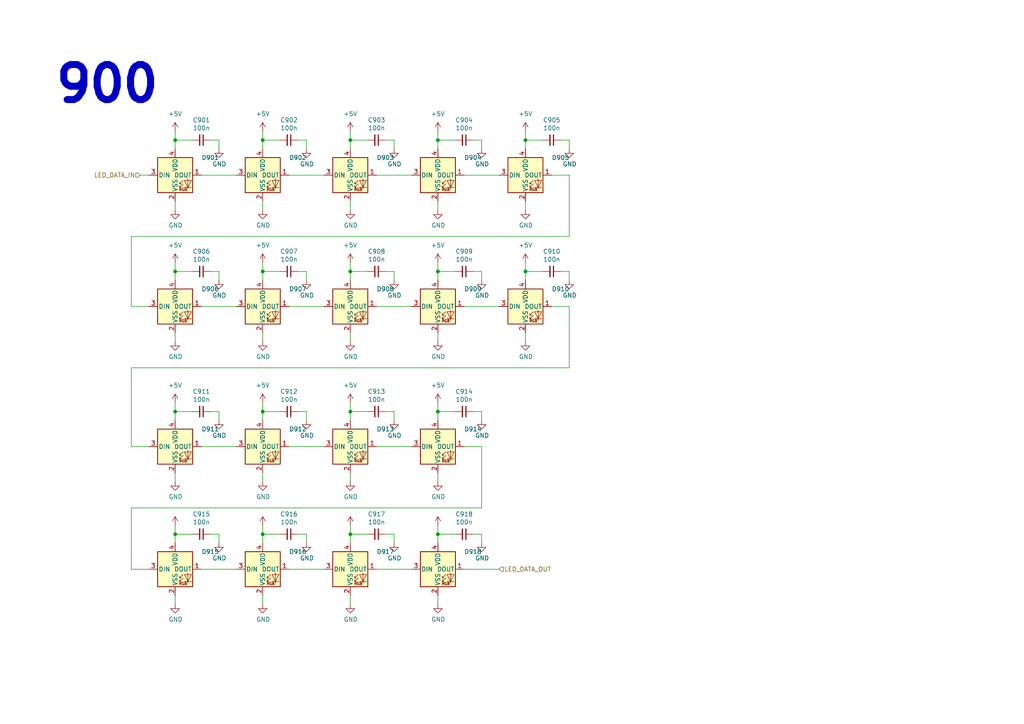
<source format=kicad_sch>
(kicad_sch (version 20230121) (generator eeschema)
  (paper "A4")
  (lib_symbols
    (symbol "power:+5V" (power) (pin_names (offset 0))
      (property "Value" "+5V" (at 0 3.556 0))
      (symbol "+5V_0_1"
        (polyline (pts (xy -0.762 1.27) (xy 0 2.54)))
        (polyline (pts (xy 0 0) (xy 0 2.54)))
        (polyline (pts (xy 0 2.54) (xy 0.762 1.27)))
      )
      (symbol "+5V_1_1"
        (pin power_in line (at 0 0 90) (length 0) hide (name "+5V") (number "1"))
      )
    )
    (symbol "power:GND" (power) (pin_names (offset 0))
      (property "Value" "GND" (at 0 -3.81 0))
      (symbol "GND_0_1"
        (polyline (pts (xy 0 0) (xy 0 -1.27) (xy 1.27 -1.27) (xy 0 -2.54) (xy -1.27 -1.27) (xy 0 -1.27)))
      )
      (symbol "GND_1_1"
        (pin power_in line (at 0 0 270) (length 0) hide (name "GND") (number "1"))
      )
    )
    (symbol "suku_basics:CAP" (pin_numbers hide) (pin_names (offset 0.254) hide)
      (property "Reference" "C" (at 0.254 1.778 0))
      (symbol "CAP_0_1"
        (polyline (pts (xy -1.524 -0.508) (xy 1.524 -0.508)) (stroke (width 0.3302)))
        (polyline (pts (xy -1.524 0.508) (xy 1.524 0.508)) (stroke (width 0.3048)))
      )
      (symbol "CAP_1_1"
        (pin passive line (at 0 2.54 270) (length 2.032) (name "~") (number "1"))
        (pin passive line (at 0 -2.54 90) (length 2.032) (name "~") (number "2"))
      )
    )
    (symbol "suku_basics:UI_WS2812C-2020" (pin_names (offset 0.254))
      (property "Reference" "D" (at 5.08 5.715 0))
      (property "Value" "UI_WS2812C-2020" (at 1.27 -5.715 0))
      (symbol "UI_WS2812C-2020_0_0"
        (text "RGB" (at 2.286 -4.191 0) (effects (font (size 0.762 0.762))))
      )
      (symbol "UI_WS2812C-2020_0_1"
        (polyline (pts (xy 1.27 -3.556) (xy 1.778 -3.556)))
        (polyline (pts (xy 1.27 -2.54) (xy 1.778 -2.54)))
        (polyline (pts (xy 4.699 -3.556) (xy 2.667 -3.556)))
        (polyline (pts (xy 2.286 -2.54) (xy 1.27 -3.556) (xy 1.27 -3.048)))
        (polyline (pts (xy 2.286 -1.524) (xy 1.27 -2.54) (xy 1.27 -2.032)))
        (polyline (pts (xy 3.683 -1.016) (xy 3.683 -3.556) (xy 3.683 -4.064)))
        (polyline (pts (xy 4.699 -1.524) (xy 2.667 -1.524) (xy 3.683 -3.556) (xy 4.699 -1.524)))
        (rectangle (start 5.08 5.08) (end -5.08 -5.08) (stroke (width 0.254)) (fill (type background)))
      )
      (symbol "UI_WS2812C-2020_1_1"
        (pin output line (at 7.62 0 180) (length 2.54) (name "DOUT") (number "1"))
        (pin power_in line (at 0 -7.62 90) (length 2.54) (name "VSS") (number "2"))
        (pin input line (at -7.62 0 0) (length 2.54) (name "DIN") (number "3"))
        (pin power_in line (at 0 7.62 270) (length 2.54) (name "VDD") (number "4"))
      )
    )
  )
  (junction (at 101.6 154.94))
  (junction (at 76.2 154.94))
  (junction (at 50.8 119.38))
  (junction (at 101.6 40.64))
  (junction (at 76.2 78.74))
  (junction (at 101.6 78.74))
  (junction (at 101.6 119.38))
  (junction (at 127 154.94))
  (junction (at 127 78.74))
  (junction (at 127 119.38))
  (junction (at 50.8 40.64))
  (junction (at 152.4 40.64))
  (junction (at 127 40.64))
  (junction (at 152.4 78.74))
  (junction (at 50.8 78.74))
  (junction (at 76.2 40.64))
  (junction (at 76.2 119.38))
  (junction (at 50.8 154.94))
  (wire (pts (xy 139.7 147.32) (xy 38.1 147.32)))
  (wire (pts (xy 88.9 40.64) (xy 86.36 40.64)))
  (wire (pts (xy 127 60.96) (xy 127 58.42)))
  (wire (pts (xy 127 81.28) (xy 127 78.74)))
  (wire (pts (xy 139.7 129.54) (xy 139.7 147.32)))
  (wire (pts (xy 114.3 78.74) (xy 111.76 78.74)))
  (wire (pts (xy 63.5 78.74) (xy 60.96 78.74)))
  (wire (pts (xy 63.5 81.28) (xy 63.5 78.74)))
  (wire (pts (xy 76.2 157.48) (xy 76.2 154.94)))
  (wire (pts (xy 38.1 129.54) (xy 43.18 129.54)))
  (wire (pts (xy 114.3 157.48) (xy 114.3 154.94)))
  (wire (pts (xy 127 121.92) (xy 127 119.38)))
  (wire (pts (xy 88.9 43.18) (xy 88.9 40.64)))
  (wire (pts (xy 88.9 154.94) (xy 86.36 154.94)))
  (wire (pts (xy 127 139.7) (xy 127 137.16)))
  (wire (pts (xy 165.1 81.28) (xy 165.1 78.74)))
  (wire (pts (xy 88.9 119.38) (xy 86.36 119.38)))
  (wire (pts (xy 38.1 68.58) (xy 38.1 88.9)))
  (wire (pts (xy 58.42 129.54) (xy 68.58 129.54)))
  (wire (pts (xy 81.28 154.94) (xy 76.2 154.94)))
  (wire (pts (xy 63.5 119.38) (xy 60.96 119.38)))
  (wire (pts (xy 38.1 165.1) (xy 43.18 165.1)))
  (wire (pts (xy 132.08 40.64) (xy 127 40.64)))
  (wire (pts (xy 38.1 106.68) (xy 38.1 129.54)))
  (wire (pts (xy 114.3 119.38) (xy 111.76 119.38)))
  (wire (pts (xy 165.1 40.64) (xy 162.56 40.64)))
  (wire (pts (xy 38.1 147.32) (xy 38.1 165.1)))
  (wire (pts (xy 114.3 154.94) (xy 111.76 154.94)))
  (wire (pts (xy 165.1 78.74) (xy 162.56 78.74)))
  (wire (pts (xy 127 78.74) (xy 127 76.2)))
  (wire (pts (xy 58.42 165.1) (xy 68.58 165.1)))
  (wire (pts (xy 50.8 40.64) (xy 50.8 38.1)))
  (wire (pts (xy 101.6 40.64) (xy 101.6 38.1)))
  (wire (pts (xy 101.6 175.26) (xy 101.6 172.72)))
  (wire (pts (xy 76.2 76.2) (xy 76.2 78.74)))
  (wire (pts (xy 88.9 121.92) (xy 88.9 119.38)))
  (wire (pts (xy 152.4 99.06) (xy 152.4 96.52)))
  (wire (pts (xy 109.22 129.54) (xy 119.38 129.54)))
  (wire (pts (xy 132.08 154.94) (xy 127 154.94)))
  (wire (pts (xy 50.8 81.28) (xy 50.8 78.74)))
  (wire (pts (xy 134.62 50.8) (xy 144.78 50.8)))
  (wire (pts (xy 83.82 165.1) (xy 93.98 165.1)))
  (wire (pts (xy 50.8 40.64) (xy 55.88 40.64)))
  (wire (pts (xy 101.6 139.7) (xy 101.6 137.16)))
  (wire (pts (xy 63.5 154.94) (xy 60.96 154.94)))
  (wire (pts (xy 50.8 157.48) (xy 50.8 154.94)))
  (wire (pts (xy 134.62 165.1) (xy 144.78 165.1)))
  (wire (pts (xy 127 43.18) (xy 127 40.64)))
  (wire (pts (xy 50.8 175.26) (xy 50.8 172.72)))
  (wire (pts (xy 76.2 121.92) (xy 76.2 119.38)))
  (wire (pts (xy 132.08 78.74) (xy 127 78.74)))
  (wire (pts (xy 38.1 88.9) (xy 43.18 88.9)))
  (wire (pts (xy 152.4 60.96) (xy 152.4 58.42)))
  (wire (pts (xy 88.9 157.48) (xy 88.9 154.94)))
  (wire (pts (xy 81.28 119.38) (xy 76.2 119.38)))
  (wire (pts (xy 76.2 99.06) (xy 76.2 96.52)))
  (wire (pts (xy 101.6 121.92) (xy 101.6 119.38)))
  (wire (pts (xy 101.6 99.06) (xy 101.6 96.52)))
  (wire (pts (xy 106.68 119.38) (xy 101.6 119.38)))
  (wire (pts (xy 101.6 60.96) (xy 101.6 58.42)))
  (wire (pts (xy 139.7 40.64) (xy 137.16 40.64)))
  (wire (pts (xy 50.8 154.94) (xy 50.8 152.4)))
  (wire (pts (xy 127 175.26) (xy 127 172.72)))
  (wire (pts (xy 83.82 129.54) (xy 93.98 129.54)))
  (wire (pts (xy 76.2 154.94) (xy 76.2 152.4)))
  (wire (pts (xy 50.8 119.38) (xy 50.8 116.84)))
  (wire (pts (xy 139.7 119.38) (xy 137.16 119.38)))
  (wire (pts (xy 50.8 119.38) (xy 55.88 119.38)))
  (wire (pts (xy 58.42 88.9) (xy 68.58 88.9)))
  (wire (pts (xy 40.64 50.8) (xy 43.18 50.8)))
  (wire (pts (xy 134.62 129.54) (xy 139.7 129.54)))
  (wire (pts (xy 76.2 60.96) (xy 76.2 58.42)))
  (wire (pts (xy 152.4 81.28) (xy 152.4 78.74)))
  (wire (pts (xy 81.28 78.74) (xy 76.2 78.74)))
  (wire (pts (xy 165.1 68.58) (xy 165.1 50.8)))
  (wire (pts (xy 50.8 60.96) (xy 50.8 58.42)))
  (wire (pts (xy 152.4 40.64) (xy 152.4 38.1)))
  (wire (pts (xy 160.02 88.9) (xy 165.1 88.9)))
  (wire (pts (xy 76.2 139.7) (xy 76.2 137.16)))
  (wire (pts (xy 50.8 78.74) (xy 55.88 78.74)))
  (wire (pts (xy 81.28 40.64) (xy 76.2 40.64)))
  (wire (pts (xy 106.68 78.74) (xy 101.6 78.74)))
  (wire (pts (xy 134.62 88.9) (xy 144.78 88.9)))
  (wire (pts (xy 114.3 81.28) (xy 114.3 78.74)))
  (wire (pts (xy 114.3 43.18) (xy 114.3 40.64)))
  (wire (pts (xy 101.6 119.38) (xy 101.6 116.84)))
  (wire (pts (xy 127 40.64) (xy 127 38.1)))
  (wire (pts (xy 83.82 88.9) (xy 93.98 88.9)))
  (wire (pts (xy 101.6 81.28) (xy 101.6 78.74)))
  (wire (pts (xy 152.4 78.74) (xy 152.4 76.2)))
  (wire (pts (xy 160.02 50.8) (xy 165.1 50.8)))
  (wire (pts (xy 157.48 40.64) (xy 152.4 40.64)))
  (wire (pts (xy 88.9 81.28) (xy 88.9 78.74)))
  (wire (pts (xy 63.5 157.48) (xy 63.5 154.94)))
  (wire (pts (xy 76.2 43.18) (xy 76.2 40.64)))
  (wire (pts (xy 127 99.06) (xy 127 96.52)))
  (wire (pts (xy 50.8 139.7) (xy 50.8 137.16)))
  (wire (pts (xy 127 119.38) (xy 127 116.84)))
  (wire (pts (xy 139.7 121.92) (xy 139.7 119.38)))
  (wire (pts (xy 76.2 116.84) (xy 76.2 119.38)))
  (wire (pts (xy 38.1 68.58) (xy 165.1 68.58)))
  (wire (pts (xy 139.7 154.94) (xy 137.16 154.94)))
  (wire (pts (xy 152.4 43.18) (xy 152.4 40.64)))
  (wire (pts (xy 139.7 157.48) (xy 139.7 154.94)))
  (wire (pts (xy 101.6 78.74) (xy 101.6 76.2)))
  (wire (pts (xy 58.42 50.8) (xy 68.58 50.8)))
  (wire (pts (xy 127 154.94) (xy 127 152.4)))
  (wire (pts (xy 50.8 43.18) (xy 50.8 40.64)))
  (wire (pts (xy 50.8 121.92) (xy 50.8 119.38)))
  (wire (pts (xy 101.6 154.94) (xy 101.6 152.4)))
  (wire (pts (xy 109.22 50.8) (xy 119.38 50.8)))
  (wire (pts (xy 165.1 106.68) (xy 165.1 88.9)))
  (wire (pts (xy 114.3 121.92) (xy 114.3 119.38)))
  (wire (pts (xy 139.7 78.74) (xy 137.16 78.74)))
  (wire (pts (xy 83.82 50.8) (xy 93.98 50.8)))
  (wire (pts (xy 63.5 40.64) (xy 60.96 40.64)))
  (wire (pts (xy 157.48 78.74) (xy 152.4 78.74)))
  (wire (pts (xy 38.1 106.68) (xy 165.1 106.68)))
  (wire (pts (xy 63.5 121.92) (xy 63.5 119.38)))
  (wire (pts (xy 106.68 40.64) (xy 101.6 40.64)))
  (wire (pts (xy 63.5 43.18) (xy 63.5 40.64)))
  (wire (pts (xy 76.2 175.26) (xy 76.2 172.72)))
  (wire (pts (xy 139.7 43.18) (xy 139.7 40.64)))
  (wire (pts (xy 114.3 40.64) (xy 111.76 40.64)))
  (wire (pts (xy 132.08 119.38) (xy 127 119.38)))
  (wire (pts (xy 76.2 81.28) (xy 76.2 78.74)))
  (wire (pts (xy 109.22 165.1) (xy 119.38 165.1)))
  (wire (pts (xy 50.8 78.74) (xy 50.8 76.2)))
  (wire (pts (xy 101.6 43.18) (xy 101.6 40.64)))
  (wire (pts (xy 106.68 154.94) (xy 101.6 154.94)))
  (wire (pts (xy 109.22 88.9) (xy 119.38 88.9)))
  (wire (pts (xy 50.8 99.06) (xy 50.8 96.52)))
  (wire (pts (xy 101.6 157.48) (xy 101.6 154.94)))
  (wire (pts (xy 139.7 81.28) (xy 139.7 78.74)))
  (wire (pts (xy 88.9 78.74) (xy 86.36 78.74)))
  (wire (pts (xy 165.1 43.18) (xy 165.1 40.64)))
  (wire (pts (xy 76.2 40.64) (xy 76.2 38.1)))
  (wire (pts (xy 50.8 154.94) (xy 55.88 154.94)))
  (wire (pts (xy 127 157.48) (xy 127 154.94)))
  (text "900" (at 15.24 30.48 0) (effects (font (size 10.16 10.16) (thickness 2.032) bold) (justify left bottom)))
  (hierarchical_label "LED_DATA_IN" (shape input) (at 40.64 50.8 180))
  (hierarchical_label "LED_DATA_OUT" (shape input) (at 144.78 165.1 0))
  (symbol (lib_id "suku_basics:UI_WS2812C-2020") (at 50.8 88.9 0) (unit 1)
    (property "Reference" "D906" (at 58.42 83.82 0) (effects (justify left)))
    (property "Value" "WS2812C-2020" (effects hide))
    (property "Footprint" "suku_basics:UI_WS2812C-2020" (effects hide))
  )
  (symbol (lib_id "power:GND") (at 50.8 99.06 0) (unit 1)
    (property "Reference" "#PWR0926" (effects hide))
    (property "Value" "GND" (at 50.927 103.4542 0))
  )
  (symbol (lib_id "suku_basics:UI_WS2812C-2020") (at 76.2 88.9 0) (unit 1)
    (property "Reference" "D907" (at 83.82 83.82 0) (effects (justify left)))
    (property "Value" "WS2812C-2020" (effects hide))
    (property "Footprint" "suku_basics:UI_WS2812C-2020" (effects hide))
  )
  (symbol (lib_id "power:GND") (at 76.2 99.06 0) (unit 1)
    (property "Reference" "#PWR0927" (effects hide))
    (property "Value" "GND" (at 76.327 103.4542 0))
  )
  (symbol (lib_id "suku_basics:UI_WS2812C-2020") (at 101.6 88.9 0) (unit 1)
    (property "Reference" "D908" (at 109.22 83.82 0) (effects (justify left)))
    (property "Value" "WS2812C-2020" (effects hide))
    (property "Footprint" "suku_basics:UI_WS2812C-2020" (effects hide))
  )
  (symbol (lib_id "power:GND") (at 101.6 99.06 0) (unit 1)
    (property "Reference" "#PWR0928" (effects hide))
    (property "Value" "GND" (at 101.727 103.4542 0))
  )
  (symbol (lib_id "suku_basics:UI_WS2812C-2020") (at 127 88.9 0) (unit 1)
    (property "Reference" "D909" (at 134.62 83.82 0) (effects (justify left)))
    (property "Value" "WS2812C-2020" (effects hide))
    (property "Footprint" "suku_basics:UI_WS2812C-2020" (effects hide))
  )
  (symbol (lib_id "power:GND") (at 127 99.06 0) (unit 1)
    (property "Reference" "#PWR0929" (effects hide))
    (property "Value" "GND" (at 127.127 103.4542 0))
  )
  (symbol (lib_id "suku_basics:CAP") (at 58.42 78.74 270) (unit 1)
    (property "Reference" "C906" (at 58.42 72.9234 90))
    (property "Value" "100n" (at 58.42 75.2348 90))
    (property "Footprint" "suku_basics:CAP_0402" (effects hide))
  )
  (symbol (lib_id "power:GND") (at 63.5 81.28 0) (unit 1)
    (property "Reference" "#PWR0921" (effects hide))
    (property "Value" "GND" (at 63.627 85.6742 0))
  )
  (symbol (lib_id "suku_basics:CAP") (at 83.82 78.74 270) (unit 1)
    (property "Reference" "C907" (at 83.82 72.9234 90))
    (property "Value" "100n" (at 83.82 75.2348 90))
    (property "Footprint" "suku_basics:CAP_0402" (effects hide))
  )
  (symbol (lib_id "power:GND") (at 88.9 81.28 0) (unit 1)
    (property "Reference" "#PWR0922" (effects hide))
    (property "Value" "GND" (at 89.027 85.6742 0))
  )
  (symbol (lib_id "suku_basics:CAP") (at 109.22 78.74 270) (unit 1)
    (property "Reference" "C908" (at 109.22 72.9234 90))
    (property "Value" "100n" (at 109.22 75.2348 90))
    (property "Footprint" "suku_basics:CAP_0402" (effects hide))
  )
  (symbol (lib_id "power:GND") (at 114.3 81.28 0) (unit 1)
    (property "Reference" "#PWR0923" (effects hide))
    (property "Value" "GND" (at 114.427 85.6742 0))
  )
  (symbol (lib_id "suku_basics:CAP") (at 134.62 78.74 270) (unit 1)
    (property "Reference" "C909" (at 134.62 72.9234 90))
    (property "Value" "100n" (at 134.62 75.2348 90))
    (property "Footprint" "suku_basics:CAP_0402" (effects hide))
  )
  (symbol (lib_id "power:GND") (at 139.7 81.28 0) (unit 1)
    (property "Reference" "#PWR0924" (effects hide))
    (property "Value" "GND" (at 139.827 85.6742 0))
  )
  (symbol (lib_id "suku_basics:UI_WS2812C-2020") (at 50.8 165.1 0) (unit 1)
    (property "Reference" "D915" (at 58.42 160.02 0) (effects (justify left)))
    (property "Value" "WS2812C-2020" (effects hide))
    (property "Footprint" "suku_basics:UI_WS2812C-2020" (effects hide))
  )
  (symbol (lib_id "power:GND") (at 50.8 175.26 0) (unit 1)
    (property "Reference" "#PWR0951" (effects hide))
    (property "Value" "GND" (at 50.927 179.6542 0))
  )
  (symbol (lib_id "suku_basics:UI_WS2812C-2020") (at 76.2 165.1 0) (unit 1)
    (property "Reference" "D916" (at 83.82 160.02 0) (effects (justify left)))
    (property "Value" "WS2812C-2020" (effects hide))
    (property "Footprint" "suku_basics:UI_WS2812C-2020" (effects hide))
  )
  (symbol (lib_id "power:GND") (at 76.2 175.26 0) (unit 1)
    (property "Reference" "#PWR0952" (effects hide))
    (property "Value" "GND" (at 76.327 179.6542 0))
  )
  (symbol (lib_id "suku_basics:UI_WS2812C-2020") (at 101.6 165.1 0) (unit 1)
    (property "Reference" "D917" (at 109.22 160.02 0) (effects (justify left)))
    (property "Value" "WS2812C-2020" (effects hide))
    (property "Footprint" "suku_basics:UI_WS2812C-2020" (effects hide))
  )
  (symbol (lib_id "power:GND") (at 101.6 175.26 0) (unit 1)
    (property "Reference" "#PWR0953" (effects hide))
    (property "Value" "GND" (at 101.727 179.6542 0))
  )
  (symbol (lib_id "suku_basics:UI_WS2812C-2020") (at 127 165.1 0) (unit 1)
    (property "Reference" "D918" (at 134.62 160.02 0) (effects (justify left)))
    (property "Value" "WS2812C-2020" (effects hide))
    (property "Footprint" "suku_basics:UI_WS2812C-2020" (effects hide))
  )
  (symbol (lib_id "power:GND") (at 127 175.26 0) (unit 1)
    (property "Reference" "#PWR0954" (effects hide))
    (property "Value" "GND" (at 127.127 179.6542 0))
  )
  (symbol (lib_id "suku_basics:CAP") (at 58.42 154.94 270) (unit 1)
    (property "Reference" "C915" (at 58.42 149.1234 90))
    (property "Value" "100n" (at 58.42 151.4348 90))
    (property "Footprint" "suku_basics:CAP_0402" (effects hide))
  )
  (symbol (lib_id "power:GND") (at 63.5 157.48 0) (unit 1)
    (property "Reference" "#PWR0947" (effects hide))
    (property "Value" "GND" (at 63.627 161.8742 0))
  )
  (symbol (lib_id "suku_basics:CAP") (at 83.82 154.94 270) (unit 1)
    (property "Reference" "C916" (at 83.82 149.1234 90))
    (property "Value" "100n" (at 83.82 151.4348 90))
    (property "Footprint" "suku_basics:CAP_0402" (effects hide))
  )
  (symbol (lib_id "power:GND") (at 88.9 157.48 0) (unit 1)
    (property "Reference" "#PWR0948" (effects hide))
    (property "Value" "GND" (at 89.027 161.8742 0))
  )
  (symbol (lib_id "suku_basics:CAP") (at 109.22 154.94 270) (unit 1)
    (property "Reference" "C917" (at 109.22 149.1234 90))
    (property "Value" "100n" (at 109.22 151.4348 90))
    (property "Footprint" "suku_basics:CAP_0402" (effects hide))
  )
  (symbol (lib_id "power:GND") (at 114.3 157.48 0) (unit 1)
    (property "Reference" "#PWR0949" (effects hide))
    (property "Value" "GND" (at 114.427 161.8742 0))
  )
  (symbol (lib_id "suku_basics:CAP") (at 134.62 154.94 270) (unit 1)
    (property "Reference" "C918" (at 134.62 149.1234 90))
    (property "Value" "100n" (at 134.62 151.4348 90))
    (property "Footprint" "suku_basics:CAP_0402" (effects hide))
  )
  (symbol (lib_id "power:GND") (at 139.7 157.48 0) (unit 1)
    (property "Reference" "#PWR0950" (effects hide))
    (property "Value" "GND" (at 139.827 161.8742 0))
  )
  (symbol (lib_id "suku_basics:UI_WS2812C-2020") (at 76.2 129.54 0) (unit 1)
    (property "Reference" "D912" (at 83.82 124.46 0) (effects (justify left)))
    (property "Value" "WS2812C-2020" (effects hide))
    (property "Footprint" "suku_basics:UI_WS2812C-2020" (effects hide))
  )
  (symbol (lib_id "suku_basics:UI_WS2812C-2020") (at 152.4 88.9 0) (unit 1)
    (property "Reference" "D910" (at 160.02 83.82 0) (effects (justify left)))
    (property "Value" "WS2812C-2020" (effects hide))
    (property "Footprint" "suku_basics:UI_WS2812C-2020" (effects hide))
  )
  (symbol (lib_id "power:+5V") (at 127 38.1 0) (unit 1)
    (property "Reference" "#PWR0904" (effects hide))
    (property "Value" "+5V" (at 127 33.02 0))
  )
  (symbol (lib_id "power:GND") (at 152.4 60.96 0) (unit 1)
    (property "Reference" "#PWR0915" (effects hide))
    (property "Value" "GND" (at 152.527 65.3542 0))
  )
  (symbol (lib_id "power:GND") (at 76.2 60.96 0) (unit 1)
    (property "Reference" "#PWR0912" (effects hide))
    (property "Value" "GND" (at 76.327 65.3542 0))
  )
  (symbol (lib_id "power:GND") (at 139.7 43.18 0) (unit 1)
    (property "Reference" "#PWR0909" (effects hide))
    (property "Value" "GND" (at 139.827 47.5742 0))
  )
  (symbol (lib_id "power:GND") (at 50.8 60.96 0) (unit 1)
    (property "Reference" "#PWR0911" (effects hide))
    (property "Value" "GND" (at 50.927 65.3542 0))
  )
  (symbol (lib_id "power:GND") (at 127 60.96 0) (unit 1)
    (property "Reference" "#PWR0914" (effects hide))
    (property "Value" "GND" (at 127.127 65.3542 0))
  )
  (symbol (lib_id "power:+5V") (at 127 152.4 0) (unit 1)
    (property "Reference" "#PWR0946" (effects hide))
    (property "Value" "+5V" (effects hide))
  )
  (symbol (lib_id "suku_basics:CAP") (at 160.02 40.64 270) (unit 1)
    (property "Reference" "C905" (at 160.02 34.8234 90))
    (property "Value" "100n" (at 160.02 37.1348 90))
    (property "Footprint" "suku_basics:CAP_0402" (effects hide))
  )
  (symbol (lib_id "suku_basics:UI_WS2812C-2020") (at 50.8 50.8 0) (unit 1)
    (property "Reference" "D901" (at 58.42 45.72 0) (effects (justify left)))
    (property "Value" "WS2812C-2020" (effects hide))
    (property "Footprint" "suku_basics:UI_WS2812C-2020" (effects hide))
  )
  (symbol (lib_id "power:+5V") (at 101.6 152.4 0) (unit 1)
    (property "Reference" "#PWR0945" (effects hide))
    (property "Value" "+5V" (effects hide))
  )
  (symbol (lib_id "power:GND") (at 152.4 99.06 0) (unit 1)
    (property "Reference" "#PWR0930" (effects hide))
    (property "Value" "GND" (at 152.527 103.4542 0))
  )
  (symbol (lib_id "suku_basics:UI_WS2812C-2020") (at 127 50.8 0) (unit 1)
    (property "Reference" "D904" (at 134.62 45.72 0) (effects (justify left)))
    (property "Value" "WS2812C-2020" (effects hide))
    (property "Footprint" "suku_basics:UI_WS2812C-2020" (effects hide))
  )
  (symbol (lib_id "power:+5V") (at 152.4 38.1 0) (unit 1)
    (property "Reference" "#PWR0905" (effects hide))
    (property "Value" "+5V" (at 152.4 33.02 0))
  )
  (symbol (lib_id "power:GND") (at 76.2 139.7 0) (unit 1)
    (property "Reference" "#PWR0940" (effects hide))
    (property "Value" "GND" (at 76.327 144.0942 0))
  )
  (symbol (lib_id "power:GND") (at 88.9 121.92 0) (unit 1)
    (property "Reference" "#PWR0936" (effects hide))
    (property "Value" "GND" (at 89.027 126.3142 0))
  )
  (symbol (lib_id "power:GND") (at 165.1 43.18 0) (unit 1)
    (property "Reference" "#PWR0910" (effects hide))
    (property "Value" "GND" (at 165.227 47.5742 0))
  )
  (symbol (lib_id "power:+5V") (at 76.2 38.1 0) (unit 1)
    (property "Reference" "#PWR0902" (effects hide))
    (property "Value" "+5V" (at 76.2 33.02 0))
  )
  (symbol (lib_id "suku_basics:CAP") (at 58.42 119.38 270) (unit 1)
    (property "Reference" "C911" (at 58.42 113.5634 90))
    (property "Value" "100n" (at 58.42 115.8748 90))
    (property "Footprint" "suku_basics:CAP_0402" (effects hide))
  )
  (symbol (lib_id "suku_basics:CAP") (at 83.82 119.38 270) (unit 1)
    (property "Reference" "C912" (at 83.82 113.5634 90))
    (property "Value" "100n" (at 83.82 115.8748 90))
    (property "Footprint" "suku_basics:CAP_0402" (effects hide))
  )
  (symbol (lib_id "suku_basics:UI_WS2812C-2020") (at 127 129.54 0) (unit 1)
    (property "Reference" "D914" (at 134.62 124.46 0) (effects (justify left)))
    (property "Value" "WS2812C-2020" (effects hide))
    (property "Footprint" "suku_basics:UI_WS2812C-2020" (effects hide))
  )
  (symbol (lib_id "suku_basics:CAP") (at 83.82 40.64 270) (unit 1)
    (property "Reference" "C902" (at 83.82 34.8234 90))
    (property "Value" "100n" (at 83.82 37.1348 90))
    (property "Footprint" "suku_basics:CAP_0402" (effects hide))
  )
  (symbol (lib_id "power:GND") (at 165.1 81.28 0) (unit 1)
    (property "Reference" "#PWR0925" (effects hide))
    (property "Value" "GND" (at 165.227 85.6742 0))
  )
  (symbol (lib_id "power:+5V") (at 101.6 116.84 0) (unit 1)
    (property "Reference" "#PWR0933" (effects hide))
    (property "Value" "+5V" (at 101.6 111.76 0))
  )
  (symbol (lib_id "suku_basics:CAP") (at 134.62 40.64 270) (unit 1)
    (property "Reference" "C904" (at 134.62 34.8234 90))
    (property "Value" "100n" (at 134.62 37.1348 90))
    (property "Footprint" "suku_basics:CAP_0402" (effects hide))
  )
  (symbol (lib_id "power:GND") (at 101.6 60.96 0) (unit 1)
    (property "Reference" "#PWR0913" (effects hide))
    (property "Value" "GND" (at 101.727 65.3542 0))
  )
  (symbol (lib_id "power:+5V") (at 50.8 152.4 0) (unit 1)
    (property "Reference" "#PWR0943" (effects hide))
    (property "Value" "+5V" (effects hide))
  )
  (symbol (lib_id "suku_basics:CAP") (at 58.42 40.64 270) (unit 1)
    (property "Reference" "C901" (at 58.42 34.8234 90))
    (property "Value" "100n" (at 58.42 37.1348 90))
    (property "Footprint" "suku_basics:CAP_0402" (effects hide))
  )
  (symbol (lib_id "power:+5V") (at 76.2 116.84 0) (unit 1)
    (property "Reference" "#PWR0932" (effects hide))
    (property "Value" "+5V" (at 76.2 111.76 0))
  )
  (symbol (lib_id "power:+5V") (at 101.6 38.1 0) (unit 1)
    (property "Reference" "#PWR0903" (effects hide))
    (property "Value" "+5V" (at 101.6 33.02 0))
  )
  (symbol (lib_id "power:+5V") (at 152.4 76.2 0) (unit 1)
    (property "Reference" "#PWR0920" (effects hide))
    (property "Value" "+5V" (at 152.4 71.12 0))
  )
  (symbol (lib_id "suku_basics:CAP") (at 160.02 78.74 270) (unit 1)
    (property "Reference" "C910" (at 160.02 72.9234 90))
    (property "Value" "100n" (at 160.02 75.2348 90))
    (property "Footprint" "suku_basics:CAP_0402" (effects hide))
  )
  (symbol (lib_id "power:+5V") (at 127 76.2 0) (unit 1)
    (property "Reference" "#PWR0919" (effects hide))
    (property "Value" "+5V" (at 127 71.12 0))
  )
  (symbol (lib_id "suku_basics:UI_WS2812C-2020") (at 101.6 129.54 0) (unit 1)
    (property "Reference" "D913" (at 109.22 124.46 0) (effects (justify left)))
    (property "Value" "WS2812C-2020" (effects hide))
    (property "Footprint" "suku_basics:UI_WS2812C-2020" (effects hide))
  )
  (symbol (lib_id "suku_basics:UI_WS2812C-2020") (at 101.6 50.8 0) (unit 1)
    (property "Reference" "D903" (at 109.22 45.72 0) (effects (justify left)))
    (property "Value" "WS2812C-2020" (effects hide))
    (property "Footprint" "suku_basics:UI_WS2812C-2020" (effects hide))
  )
  (symbol (lib_id "power:+5V") (at 101.6 76.2 0) (unit 1)
    (property "Reference" "#PWR0918" (effects hide))
    (property "Value" "+5V" (at 101.6 71.12 0))
  )
  (symbol (lib_id "power:GND") (at 63.5 121.92 0) (unit 1)
    (property "Reference" "#PWR0935" (effects hide))
    (property "Value" "GND" (at 63.627 126.3142 0))
  )
  (symbol (lib_id "power:GND") (at 127 139.7 0) (unit 1)
    (property "Reference" "#PWR0942" (effects hide))
    (property "Value" "GND" (at 127.127 144.0942 0))
  )
  (symbol (lib_id "power:GND") (at 101.6 139.7 0) (unit 1)
    (property "Reference" "#PWR0941" (effects hide))
    (property "Value" "GND" (at 101.727 144.0942 0))
  )
  (symbol (lib_id "power:GND") (at 114.3 43.18 0) (unit 1)
    (property "Reference" "#PWR0908" (effects hide))
    (property "Value" "GND" (at 114.427 47.5742 0))
  )
  (symbol (lib_id "power:GND") (at 50.8 139.7 0) (unit 1)
    (property "Reference" "#PWR0939" (effects hide))
    (property "Value" "GND" (at 50.927 144.0942 0))
  )
  (symbol (lib_id "power:+5V") (at 50.8 76.2 0) (unit 1)
    (property "Reference" "#PWR0916" (effects hide))
    (property "Value" "+5V" (at 50.8 71.12 0))
  )
  (symbol (lib_id "power:+5V") (at 50.8 116.84 0) (unit 1)
    (property "Reference" "#PWR0931" (effects hide))
    (property "Value" "+5V" (at 50.8 111.76 0))
  )
  (symbol (lib_id "power:GND") (at 139.7 121.92 0) (unit 1)
    (property "Reference" "#PWR0938" (effects hide))
    (property "Value" "GND" (at 139.827 126.3142 0))
  )
  (symbol (lib_id "power:GND") (at 114.3 121.92 0) (unit 1)
    (property "Reference" "#PWR0937" (effects hide))
    (property "Value" "GND" (at 114.427 126.3142 0))
  )
  (symbol (lib_id "suku_basics:CAP") (at 134.62 119.38 270) (unit 1)
    (property "Reference" "C914" (at 134.62 113.5634 90))
    (property "Value" "100n" (at 134.62 115.8748 90))
    (property "Footprint" "suku_basics:CAP_0402" (effects hide))
  )
  (symbol (lib_id "power:GND") (at 63.5 43.18 0) (unit 1)
    (property "Reference" "#PWR0906" (effects hide))
    (property "Value" "GND" (at 63.627 47.5742 0))
  )
  (symbol (lib_id "power:+5V") (at 127 116.84 0) (unit 1)
    (property "Reference" "#PWR0934" (effects hide))
    (property "Value" "+5V" (at 127 111.76 0))
  )
  (symbol (lib_id "power:+5V") (at 76.2 152.4 0) (unit 1)
    (property "Reference" "#PWR0944" (effects hide))
    (property "Value" "+5V" (effects hide))
  )
  (symbol (lib_id "suku_basics:CAP") (at 109.22 40.64 270) (unit 1)
    (property "Reference" "C903" (at 109.22 34.8234 90))
    (property "Value" "100n" (at 109.22 37.1348 90))
    (property "Footprint" "suku_basics:CAP_0402" (effects hide))
  )
  (symbol (lib_id "suku_basics:UI_WS2812C-2020") (at 76.2 50.8 0) (unit 1)
    (property "Reference" "D902" (at 83.82 45.72 0) (effects (justify left)))
    (property "Value" "WS2812C-2020" (effects hide))
    (property "Footprint" "suku_basics:UI_WS2812C-2020" (effects hide))
  )
  (symbol (lib_id "power:+5V") (at 76.2 76.2 0) (unit 1)
    (property "Reference" "#PWR0917" (effects hide))
    (property "Value" "+5V" (at 76.2 71.12 0))
  )
  (symbol (lib_id "power:GND") (at 88.9 43.18 0) (unit 1)
    (property "Reference" "#PWR0907" (effects hide))
    (property "Value" "GND" (at 89.027 47.5742 0))
  )
  (symbol (lib_id "suku_basics:UI_WS2812C-2020") (at 152.4 50.8 0) (unit 1)
    (property "Reference" "D905" (at 160.02 45.72 0) (effects (justify left)))
    (property "Value" "WS2812C-2020" (effects hide))
    (property "Footprint" "suku_basics:UI_WS2812C-2020" (effects hide))
  )
  (symbol (lib_id "power:+5V") (at 50.8 38.1 0) (unit 1)
    (property "Reference" "#PWR0901" (effects hide))
    (property "Value" "+5V" (at 50.8 33.02 0))
  )
  (symbol (lib_id "suku_basics:UI_WS2812C-2020") (at 50.8 129.54 0) (unit 1)
    (property "Reference" "D911" (at 58.42 124.46 0) (effects (justify left)))
    (property "Value" "WS2812C-2020" (effects hide))
    (property "Footprint" "suku_basics:UI_WS2812C-2020" (effects hide))
  )
  (symbol (lib_id "suku_basics:CAP") (at 109.22 119.38 270) (unit 1)
    (property "Reference" "C913" (at 109.22 113.5634 90))
    (property "Value" "100n" (at 109.22 115.8748 90))
    (property "Footprint" "suku_basics:CAP_0402" (effects hide))
  )
)
</source>
